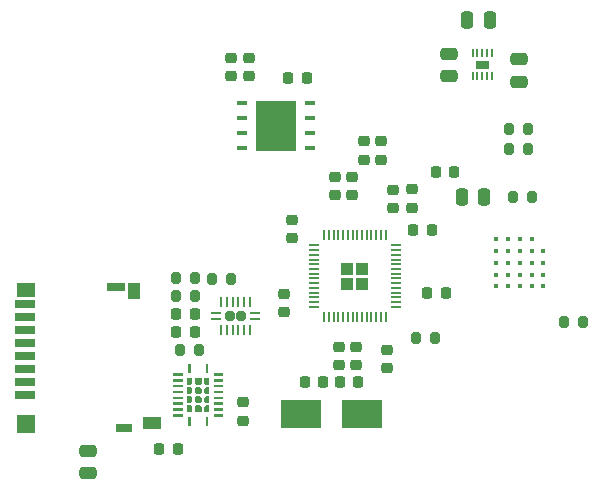
<source format=gtp>
G04 #@! TF.GenerationSoftware,KiCad,Pcbnew,8.0.1-8.0.1-1~ubuntu22.04.1*
G04 #@! TF.CreationDate,2024-06-03T13:26:46-07:00*
G04 #@! TF.ProjectId,emu_brd,656d755f-6272-4642-9e6b-696361645f70,REV1*
G04 #@! TF.SameCoordinates,Original*
G04 #@! TF.FileFunction,Paste,Top*
G04 #@! TF.FilePolarity,Positive*
%FSLAX46Y46*%
G04 Gerber Fmt 4.6, Leading zero omitted, Abs format (unit mm)*
G04 Created by KiCad (PCBNEW 8.0.1-8.0.1-1~ubuntu22.04.1) date 2024-06-03 13:26:46*
%MOMM*%
%LPD*%
G01*
G04 APERTURE LIST*
G04 Aperture macros list*
%AMRoundRect*
0 Rectangle with rounded corners*
0 $1 Rounding radius*
0 $2 $3 $4 $5 $6 $7 $8 $9 X,Y pos of 4 corners*
0 Add a 4 corners polygon primitive as box body*
4,1,4,$2,$3,$4,$5,$6,$7,$8,$9,$2,$3,0*
0 Add four circle primitives for the rounded corners*
1,1,$1+$1,$2,$3*
1,1,$1+$1,$4,$5*
1,1,$1+$1,$6,$7*
1,1,$1+$1,$8,$9*
0 Add four rect primitives between the rounded corners*
20,1,$1+$1,$2,$3,$4,$5,0*
20,1,$1+$1,$4,$5,$6,$7,0*
20,1,$1+$1,$6,$7,$8,$9,0*
20,1,$1+$1,$8,$9,$2,$3,0*%
G04 Aperture macros list end*
%ADD10C,0.000000*%
%ADD11C,0.010000*%
%ADD12RoundRect,0.200000X0.200000X0.275000X-0.200000X0.275000X-0.200000X-0.275000X0.200000X-0.275000X0*%
%ADD13R,3.500000X2.400000*%
%ADD14R,0.965200X0.431800*%
%ADD15R,3.454400X4.343400*%
%ADD16RoundRect,0.200000X-0.200000X-0.275000X0.200000X-0.275000X0.200000X0.275000X-0.200000X0.275000X0*%
%ADD17RoundRect,0.250000X-0.475000X0.250000X-0.475000X-0.250000X0.475000X-0.250000X0.475000X0.250000X0*%
%ADD18RoundRect,0.225000X-0.225000X-0.250000X0.225000X-0.250000X0.225000X0.250000X-0.225000X0.250000X0*%
%ADD19RoundRect,0.225000X-0.250000X0.225000X-0.250000X-0.225000X0.250000X-0.225000X0.250000X0.225000X0*%
%ADD20RoundRect,0.225000X0.225000X0.250000X-0.225000X0.250000X-0.225000X-0.250000X0.225000X-0.250000X0*%
%ADD21RoundRect,0.225000X0.250000X-0.225000X0.250000X0.225000X-0.250000X0.225000X-0.250000X-0.225000X0*%
%ADD22RoundRect,0.250000X0.475000X-0.250000X0.475000X0.250000X-0.475000X0.250000X-0.475000X-0.250000X0*%
%ADD23RoundRect,0.250000X-0.292217X-0.292217X0.292217X-0.292217X0.292217X0.292217X-0.292217X0.292217X0*%
%ADD24RoundRect,0.050000X-0.387500X-0.050000X0.387500X-0.050000X0.387500X0.050000X-0.387500X0.050000X0*%
%ADD25RoundRect,0.050000X-0.050000X-0.387500X0.050000X-0.387500X0.050000X0.387500X-0.050000X0.387500X0*%
%ADD26RoundRect,0.250000X-0.250000X-0.475000X0.250000X-0.475000X0.250000X0.475000X-0.250000X0.475000X0*%
%ADD27R,0.220000X0.760000*%
%ADD28RoundRect,0.250000X0.250000X0.475000X-0.250000X0.475000X-0.250000X-0.475000X0.250000X-0.475000X0*%
%ADD29R,1.750000X0.700000*%
%ADD30R,1.000000X1.450000*%
%ADD31R,1.550000X1.000000*%
%ADD32R,1.500000X0.800000*%
%ADD33R,1.500000X1.300000*%
%ADD34R,1.500000X1.500000*%
%ADD35R,1.400000X0.800000*%
%ADD36RoundRect,0.202500X0.202500X-0.202500X0.202500X0.202500X-0.202500X0.202500X-0.202500X-0.202500X0*%
%ADD37RoundRect,0.062500X0.350000X-0.062500X0.350000X0.062500X-0.350000X0.062500X-0.350000X-0.062500X0*%
%ADD38RoundRect,0.062500X0.062500X-0.350000X0.062500X0.350000X-0.062500X0.350000X-0.062500X-0.350000X0*%
%ADD39C,0.410000*%
G04 APERTURE END LIST*
D10*
G36*
X88858809Y-109932508D02*
G01*
X88058592Y-109932508D01*
X88058592Y-109702293D01*
X88858809Y-109702293D01*
X88858809Y-109932508D01*
G37*
G36*
X87683770Y-109967400D02*
G01*
X87368821Y-109967400D01*
X87227400Y-109825979D01*
X87227400Y-109521421D01*
X87368821Y-109380000D01*
X87683770Y-109380000D01*
X87683770Y-109967400D01*
G37*
G36*
X85408808Y-111432508D02*
G01*
X84608591Y-111432508D01*
X84608591Y-111202292D01*
X85408808Y-111202292D01*
X85408808Y-111432508D01*
G37*
G36*
X87027400Y-109521421D02*
G01*
X87027400Y-109825979D01*
X86885979Y-109967400D01*
X86581421Y-109967400D01*
X86440000Y-109825979D01*
X86440000Y-109521421D01*
X86581421Y-109380000D01*
X86885979Y-109380000D01*
X87027400Y-109521421D01*
G37*
G36*
X87683770Y-111517469D02*
G01*
X87227400Y-111517469D01*
X87227400Y-111096221D01*
X87368821Y-110954800D01*
X87683770Y-110954800D01*
X87683770Y-111517469D01*
G37*
G36*
X88858809Y-111432508D02*
G01*
X88058592Y-111432508D01*
X88058592Y-111202292D01*
X88858809Y-111202292D01*
X88858809Y-111432508D01*
G37*
G36*
X88858809Y-108432509D02*
G01*
X88058592Y-108432509D01*
X88058592Y-108202291D01*
X88858809Y-108202291D01*
X88858809Y-108432509D01*
G37*
G36*
X85408808Y-108432509D02*
G01*
X84608591Y-108432509D01*
X84608591Y-108202293D01*
X85408808Y-108202293D01*
X85408808Y-108432509D01*
G37*
G36*
X88858809Y-110432507D02*
G01*
X88058592Y-110432507D01*
X88058592Y-110202292D01*
X88858809Y-110202292D01*
X88858809Y-110432507D01*
G37*
G36*
X87027400Y-110308821D02*
G01*
X87027400Y-110613379D01*
X86885979Y-110754800D01*
X86581421Y-110754800D01*
X86440000Y-110613379D01*
X86440000Y-110308821D01*
X86581421Y-110167400D01*
X86885979Y-110167400D01*
X87027400Y-110308821D01*
G37*
G36*
X86098809Y-112692508D02*
G01*
X85868591Y-112692508D01*
X85868591Y-111892293D01*
X86098809Y-111892293D01*
X86098809Y-112692508D01*
G37*
G36*
X87598809Y-108242507D02*
G01*
X87368591Y-108242507D01*
X87368591Y-107442292D01*
X87598809Y-107442292D01*
X87598809Y-108242507D01*
G37*
G36*
X86240000Y-109038579D02*
G01*
X86098579Y-109180000D01*
X85783630Y-109180000D01*
X85783630Y-108617331D01*
X86240000Y-108617331D01*
X86240000Y-109038579D01*
G37*
G36*
X85408808Y-108932508D02*
G01*
X84608591Y-108932508D01*
X84608591Y-108702292D01*
X85408808Y-108702292D01*
X85408808Y-108932508D01*
G37*
G36*
X85408808Y-110432507D02*
G01*
X84608591Y-110432507D01*
X84608591Y-110202292D01*
X85408808Y-110202292D01*
X85408808Y-110432507D01*
G37*
G36*
X88858809Y-111932507D02*
G01*
X88058592Y-111932507D01*
X88058592Y-111702291D01*
X88858809Y-111702291D01*
X88858809Y-111932507D01*
G37*
G36*
X88858809Y-108932508D02*
G01*
X88058592Y-108932508D01*
X88058592Y-108702292D01*
X88858809Y-108702292D01*
X88858809Y-108932508D01*
G37*
G36*
X87683770Y-109180000D02*
G01*
X87368821Y-109180000D01*
X87227400Y-109038579D01*
X87227400Y-108617331D01*
X87683770Y-108617331D01*
X87683770Y-109180000D01*
G37*
G36*
X86240000Y-111096221D02*
G01*
X86240000Y-111517469D01*
X85783630Y-111517469D01*
X85783630Y-110954800D01*
X86098579Y-110954800D01*
X86240000Y-111096221D01*
G37*
G36*
X85408808Y-111932509D02*
G01*
X84608591Y-111932509D01*
X84608591Y-111702291D01*
X85408808Y-111702291D01*
X85408808Y-111932509D01*
G37*
G36*
X85408808Y-109932508D02*
G01*
X84608591Y-109932508D01*
X84608591Y-109702293D01*
X85408808Y-109702293D01*
X85408808Y-109932508D01*
G37*
G36*
X87598809Y-112692508D02*
G01*
X87368591Y-112692508D01*
X87368591Y-111892293D01*
X87598809Y-111892293D01*
X87598809Y-112692508D01*
G37*
G36*
X87027400Y-109038579D02*
G01*
X86885979Y-109180000D01*
X86581421Y-109180000D01*
X86440000Y-109038579D01*
X86440000Y-108617331D01*
X87027400Y-108617331D01*
X87027400Y-109038579D01*
G37*
G36*
X87027400Y-111096221D02*
G01*
X87027400Y-111517469D01*
X86440000Y-111517469D01*
X86440000Y-111096221D01*
X86581421Y-110954800D01*
X86885979Y-110954800D01*
X87027400Y-111096221D01*
G37*
G36*
X86098809Y-108242507D02*
G01*
X85868591Y-108242507D01*
X85868591Y-107442292D01*
X86098809Y-107442292D01*
X86098809Y-108242507D01*
G37*
G36*
X86240000Y-109521421D02*
G01*
X86240000Y-109825979D01*
X86098579Y-109967400D01*
X85783630Y-109967400D01*
X85783630Y-109380000D01*
X86098579Y-109380000D01*
X86240000Y-109521421D01*
G37*
G36*
X87683770Y-110754800D02*
G01*
X87368821Y-110754800D01*
X87227400Y-110613379D01*
X87227400Y-110308821D01*
X87368821Y-110167400D01*
X87683770Y-110167400D01*
X87683770Y-110754800D01*
G37*
G36*
X86240000Y-110308821D02*
G01*
X86240000Y-110613379D01*
X86098579Y-110754800D01*
X85783630Y-110754800D01*
X85783630Y-110167400D01*
X86098579Y-110167400D01*
X86240000Y-110308821D01*
G37*
G36*
X85408808Y-109432509D02*
G01*
X84608591Y-109432509D01*
X84608591Y-109202291D01*
X85408808Y-109202291D01*
X85408808Y-109432509D01*
G37*
G36*
X85408808Y-110932509D02*
G01*
X84608591Y-110932509D01*
X84608591Y-110702293D01*
X85408808Y-110702293D01*
X85408808Y-110932509D01*
G37*
G36*
X88858809Y-110932509D02*
G01*
X88058592Y-110932509D01*
X88058592Y-110702291D01*
X88858809Y-110702291D01*
X88858809Y-110932509D01*
G37*
G36*
X88858809Y-109432507D02*
G01*
X88058592Y-109432507D01*
X88058592Y-109202291D01*
X88858809Y-109202291D01*
X88858809Y-109432507D01*
G37*
G36*
X93240000Y-86456100D02*
G01*
X91712800Y-86456100D01*
X91712800Y-85208300D01*
X93240000Y-85208300D01*
X93240000Y-86456100D01*
G37*
G36*
X93240000Y-87903900D02*
G01*
X91712800Y-87903900D01*
X91712800Y-86656100D01*
X93240000Y-86656100D01*
X93240000Y-87903900D01*
G37*
G36*
X93240000Y-89351700D02*
G01*
X91712800Y-89351700D01*
X91712800Y-88103900D01*
X93240000Y-88103900D01*
X93240000Y-89351700D01*
G37*
G36*
X94967200Y-86456100D02*
G01*
X93440000Y-86456100D01*
X93440000Y-85208300D01*
X94967200Y-85208300D01*
X94967200Y-86456100D01*
G37*
G36*
X94967200Y-87903900D02*
G01*
X93440000Y-87903900D01*
X93440000Y-86656100D01*
X94967200Y-86656100D01*
X94967200Y-87903900D01*
G37*
G36*
X94967200Y-89351700D02*
G01*
X93440000Y-89351700D01*
X93440000Y-88103900D01*
X94967200Y-88103900D01*
X94967200Y-89351700D01*
G37*
D11*
X111240000Y-82390000D02*
X110290000Y-82390000D01*
X110290000Y-81820000D01*
X111240000Y-81820000D01*
X111240000Y-82390000D01*
G36*
X111240000Y-82390000D02*
G01*
X110290000Y-82390000D01*
X110290000Y-81820000D01*
X111240000Y-81820000D01*
X111240000Y-82390000D01*
G37*
D12*
X114695000Y-89235000D03*
X113045000Y-89235000D03*
X113020000Y-87585000D03*
X114670000Y-87585000D03*
D13*
X95415000Y-111705000D03*
X100615000Y-111705000D03*
D14*
X90469800Y-85375000D03*
X90469800Y-86645000D03*
X90469800Y-87915000D03*
X90469800Y-89185000D03*
X96210200Y-89185000D03*
X96210200Y-87915000D03*
X96210200Y-86645000D03*
X96210200Y-85375000D03*
D15*
X93340000Y-87280000D03*
D16*
X85190000Y-106255000D03*
X86840000Y-106255000D03*
D17*
X107965000Y-83055000D03*
X107965000Y-81155000D03*
D18*
X104940000Y-96098000D03*
X106490000Y-96098000D03*
D19*
X93990000Y-101505000D03*
X93990000Y-103055000D03*
D20*
X95915000Y-83230000D03*
X94365000Y-83230000D03*
D19*
X89500000Y-81540000D03*
X89500000Y-83090000D03*
D21*
X91000000Y-83090000D03*
X91000000Y-81540000D03*
X99771400Y-93164600D03*
X99771400Y-91614600D03*
D19*
X100736600Y-88604700D03*
X100736600Y-90154700D03*
X102679700Y-106232300D03*
X102679700Y-107782300D03*
D22*
X113915000Y-81630000D03*
X113915000Y-83530000D03*
D21*
X94690000Y-96775000D03*
X94690000Y-95225000D03*
D20*
X108390000Y-91205000D03*
X106840000Y-91205000D03*
D23*
X99362500Y-99362500D03*
X99362500Y-100637500D03*
X100637500Y-99362500D03*
X100637500Y-100637500D03*
D24*
X96562500Y-97400000D03*
X96562500Y-97800000D03*
X96562500Y-98200000D03*
X96562500Y-98600000D03*
X96562500Y-99000000D03*
X96562500Y-99400000D03*
X96562500Y-99800000D03*
X96562500Y-100200000D03*
X96562500Y-100600000D03*
X96562500Y-101000000D03*
X96562500Y-101400000D03*
X96562500Y-101800000D03*
X96562500Y-102200000D03*
X96562500Y-102600000D03*
D25*
X97400000Y-103437500D03*
X97800000Y-103437500D03*
X98200000Y-103437500D03*
X98600000Y-103437500D03*
X99000000Y-103437500D03*
X99400000Y-103437500D03*
X99800000Y-103437500D03*
X100200000Y-103437500D03*
X100600000Y-103437500D03*
X101000000Y-103437500D03*
X101400000Y-103437500D03*
X101800000Y-103437500D03*
X102200000Y-103437500D03*
X102600000Y-103437500D03*
D24*
X103437500Y-102600000D03*
X103437500Y-102200000D03*
X103437500Y-101800000D03*
X103437500Y-101400000D03*
X103437500Y-101000000D03*
X103437500Y-100600000D03*
X103437500Y-100200000D03*
X103437500Y-99800000D03*
X103437500Y-99400000D03*
X103437500Y-99000000D03*
X103437500Y-98600000D03*
X103437500Y-98200000D03*
X103437500Y-97800000D03*
X103437500Y-97400000D03*
D25*
X102600000Y-96562500D03*
X102200000Y-96562500D03*
X101800000Y-96562500D03*
X101400000Y-96562500D03*
X101000000Y-96562500D03*
X100600000Y-96562500D03*
X100200000Y-96562500D03*
X99800000Y-96562500D03*
X99400000Y-96562500D03*
X99000000Y-96562500D03*
X98600000Y-96562500D03*
X98200000Y-96562500D03*
X97800000Y-96562500D03*
X97400000Y-96562500D03*
D20*
X97290000Y-109000000D03*
X95740000Y-109000000D03*
D21*
X98272800Y-93151800D03*
X98272800Y-91601800D03*
X104826000Y-94206000D03*
X104826000Y-92656000D03*
D26*
X109040000Y-93300000D03*
X110940000Y-93300000D03*
D18*
X106133800Y-101457400D03*
X107683800Y-101457400D03*
D19*
X100127000Y-105991000D03*
X100127000Y-107541000D03*
D21*
X103238500Y-94244100D03*
X103238500Y-92694100D03*
D19*
X102222500Y-88604700D03*
X102222500Y-90154700D03*
X98615700Y-105978300D03*
X98615700Y-107528300D03*
D18*
X98710000Y-109000000D03*
X100260000Y-109000000D03*
D20*
X84890000Y-104730000D03*
X86440000Y-104730000D03*
D21*
X90490000Y-110680000D03*
X90490000Y-112230000D03*
D16*
X117665000Y-103900000D03*
X119315000Y-103900000D03*
D12*
X86490000Y-100180000D03*
X84840000Y-100180000D03*
X89515000Y-100255000D03*
X87865000Y-100255000D03*
D27*
X109965000Y-81120000D03*
X110365000Y-81120000D03*
X110765000Y-81120000D03*
X111165000Y-81120000D03*
X111565000Y-81120000D03*
X111565000Y-83090000D03*
X111165000Y-83090000D03*
X110765000Y-83090000D03*
X110365000Y-83090000D03*
X109965000Y-83090000D03*
D12*
X86490000Y-101680000D03*
X84840000Y-101680000D03*
D28*
X109515000Y-78305000D03*
X111415000Y-78305000D03*
D29*
X72040000Y-110075000D03*
X72040000Y-108975000D03*
X72040000Y-107875000D03*
X72040000Y-106775000D03*
X72040000Y-105675000D03*
X72040000Y-104575000D03*
X72040000Y-103475000D03*
X72040000Y-102375000D03*
D30*
X81265000Y-101250000D03*
D31*
X82840000Y-112475000D03*
D32*
X79765000Y-100925000D03*
D33*
X72165000Y-101175000D03*
D34*
X72165000Y-112525000D03*
D35*
X80415000Y-112875000D03*
D20*
X83440000Y-114605000D03*
X84990000Y-114605000D03*
D17*
X77390000Y-116705000D03*
X77390000Y-114805000D03*
D16*
X113365000Y-93300000D03*
X115015000Y-93300000D03*
D36*
X89390000Y-103405000D03*
X90390000Y-103405000D03*
D37*
X88202500Y-103655000D03*
D38*
X88640000Y-104592500D03*
X89140000Y-104592500D03*
X89640000Y-104592500D03*
X90140000Y-104592500D03*
X90640000Y-104592500D03*
X91140000Y-104592500D03*
D37*
X91577500Y-103655000D03*
X91577500Y-103155000D03*
D38*
X91140000Y-102217500D03*
X90640000Y-102217500D03*
X90140000Y-102217500D03*
X89640000Y-102217500D03*
X89140000Y-102217500D03*
X88640000Y-102217500D03*
D37*
X88202500Y-103155000D03*
D16*
X105165000Y-105230000D03*
X106815000Y-105230000D03*
D39*
X115954000Y-97876000D03*
X115954000Y-98876000D03*
X115954000Y-99876000D03*
X115954000Y-100876000D03*
X114954000Y-96876000D03*
X114954000Y-97876000D03*
X114954000Y-98876000D03*
X114954000Y-99876000D03*
X114954000Y-100876000D03*
X113954000Y-96876000D03*
X113954000Y-97876000D03*
X113954000Y-98876000D03*
X113954000Y-99876000D03*
X113954000Y-100876000D03*
X112954000Y-96876000D03*
X112954000Y-97876000D03*
X112954000Y-98876000D03*
X112954000Y-99876000D03*
X112954000Y-100876000D03*
X111954000Y-96876000D03*
X111954000Y-97876000D03*
X111954000Y-98876000D03*
X111954000Y-99876000D03*
X111954000Y-100876000D03*
D20*
X86440000Y-103205000D03*
X84890000Y-103205000D03*
M02*

</source>
